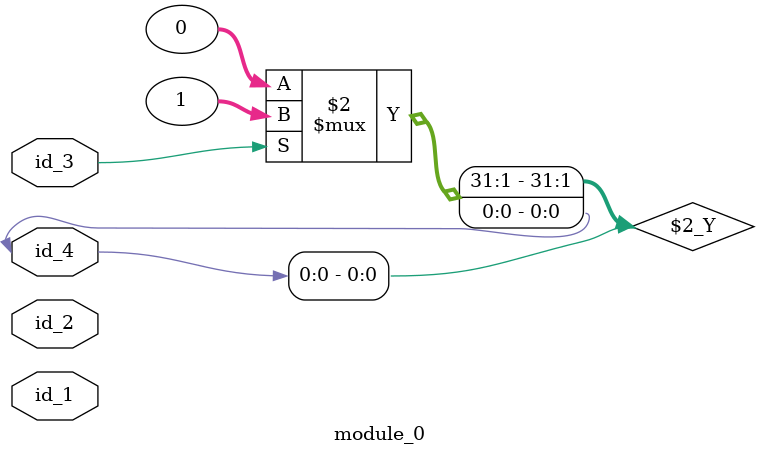
<source format=v>
`timescale 1ps / 1 ps `celldefine `timescale 1 ps / 1ps
module module_0 (
    id_1,
    id_2,
    id_3,
    id_4
);
  inout id_4;
  input id_3;
  input id_2;
  input id_1;
  assign id_4[""] = id_3 ? 1 : 1'b0;
endmodule

</source>
